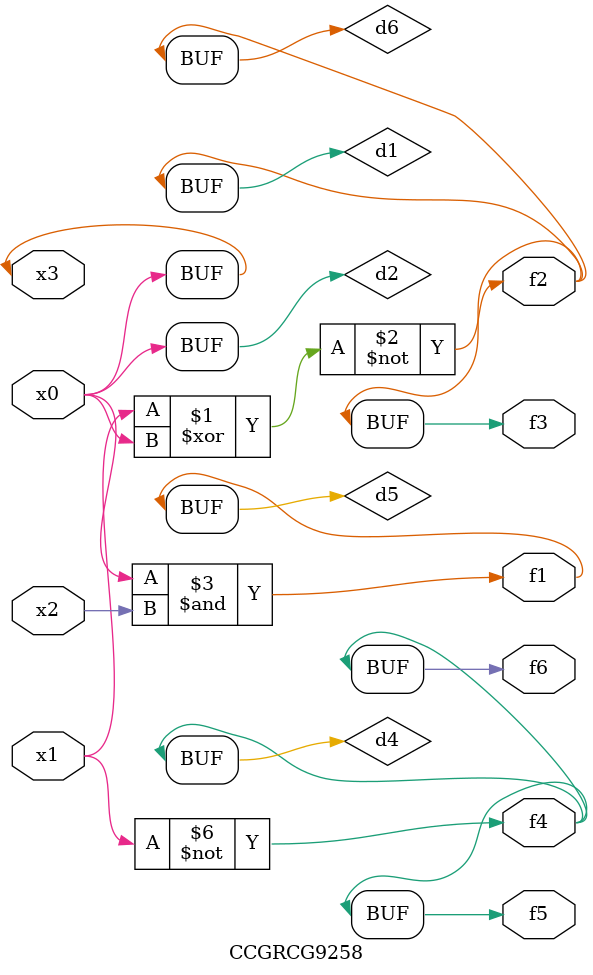
<source format=v>
module CCGRCG9258(
	input x0, x1, x2, x3,
	output f1, f2, f3, f4, f5, f6
);

	wire d1, d2, d3, d4, d5, d6;

	xnor (d1, x1, x3);
	buf (d2, x0, x3);
	nand (d3, x0, x2);
	not (d4, x1);
	nand (d5, d3);
	or (d6, d1);
	assign f1 = d5;
	assign f2 = d6;
	assign f3 = d6;
	assign f4 = d4;
	assign f5 = d4;
	assign f6 = d4;
endmodule

</source>
